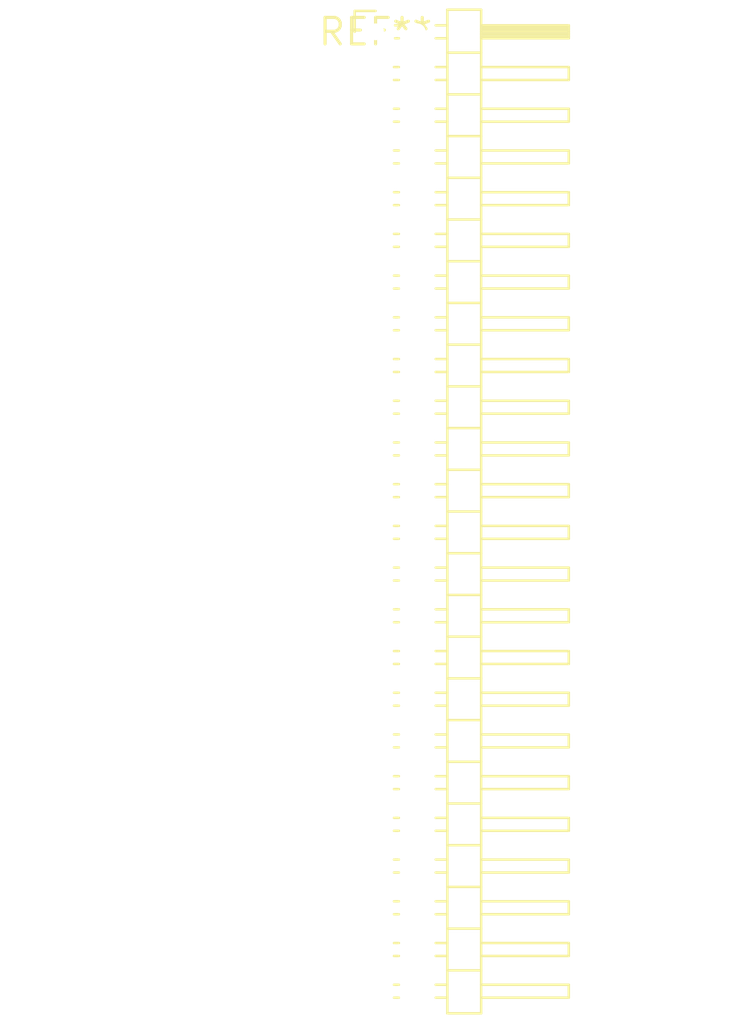
<source format=kicad_pcb>
(kicad_pcb (version 20240108) (generator pcbnew)
  (layers (0 "F.Cu" signal) (31 "B.Cu" signal) (34 "B.Paste" user) (35 "F.Paste" user) (36 "B.SilkS" user "B.Silkscreen") (37 "F.SilkS" user "F.Silkscreen") (38 "B.Mask" user) (39 "F.Mask" user) (44 "Edge.Cuts" user))
  (net 0 "")
  (footprint "PinHeader_2x24_P2.00mm_Horizontal" (layer "F.Cu") (at 0 0)
    (property "Reference" "REF**")
    (property "Value" "PinHeader_2x24_P2.00mm_Horizontal")
    (fp_line (start -1 -1) (end 0 -1) (layer "F.SilkS") (stroke (width 0.12)))
    (fp_line (start -1 0) (end -1 -1) (layer "F.SilkS") (stroke (width 0.12)))
    (fp_line (start 0.882114 1.69) (end 1.117886 1.69) (layer "F.SilkS") (stroke (width 0.12)))
    (fp_line (start 0.882114 2.31) (end 1.117886 2.31) (layer "F.SilkS") (stroke (width 0.12)))
    (fp_line (start 0.882114 3.69) (end 1.117886 3.69) (layer "F.SilkS") (stroke (width 0.12)))
    (fp_line (start 0.882114 4.31) (end 1.117886 4.31) (layer "F.SilkS") (stroke (width 0.12)))
    (fp_line (start 0.882114 5.69) (end 1.117886 5.69) (layer "F.SilkS") (stroke (width 0.12)))
    (fp_line (start 0.882114 6.31) (end 1.117886 6.31) (layer "F.SilkS") (stroke (width 0.12)))
    (fp_line (start 0.882114 7.69) (end 1.117886 7.69) (layer "F.SilkS") (stroke (width 0.12)))
    (fp_line (start 0.882114 8.31) (end 1.117886 8.31) (layer "F.SilkS") (stroke (width 0.12)))
    (fp_line (start 0.882114 9.69) (end 1.117886 9.69) (layer "F.SilkS") (stroke (width 0.12)))
    (fp_line (start 0.882114 10.31) (end 1.117886 10.31) (layer "F.SilkS") (stroke (width 0.12)))
    (fp_line (start 0.882114 11.69) (end 1.117886 11.69) (layer "F.SilkS") (stroke (width 0.12)))
    (fp_line (start 0.882114 12.31) (end 1.117886 12.31) (layer "F.SilkS") (stroke (width 0.12)))
    (fp_line (start 0.882114 13.69) (end 1.117886 13.69) (layer "F.SilkS") (stroke (width 0.12)))
    (fp_line (start 0.882114 14.31) (end 1.117886 14.31) (layer "F.SilkS") (stroke (width 0.12)))
    (fp_line (start 0.882114 15.69) (end 1.117886 15.69) (layer "F.SilkS") (stroke (width 0.12)))
    (fp_line (start 0.882114 16.31) (end 1.117886 16.31) (layer "F.SilkS") (stroke (width 0.12)))
    (fp_line (start 0.882114 17.69) (end 1.117886 17.69) (layer "F.SilkS") (stroke (width 0.12)))
    (fp_line (start 0.882114 18.31) (end 1.117886 18.31) (layer "F.SilkS") (stroke (width 0.12)))
    (fp_line (start 0.882114 19.69) (end 1.117886 19.69) (layer "F.SilkS") (stroke (width 0.12)))
    (fp_line (start 0.882114 20.31) (end 1.117886 20.31) (layer "F.SilkS") (stroke (width 0.12)))
    (fp_line (start 0.882114 21.69) (end 1.117886 21.69) (layer "F.SilkS") (stroke (width 0.12)))
    (fp_line (start 0.882114 22.31) (end 1.117886 22.31) (layer "F.SilkS") (stroke (width 0.12)))
    (fp_line (start 0.882114 23.69) (end 1.117886 23.69) (layer "F.SilkS") (stroke (width 0.12)))
    (fp_line (start 0.882114 24.31) (end 1.117886 24.31) (layer "F.SilkS") (stroke (width 0.12)))
    (fp_line (start 0.882114 25.69) (end 1.117886 25.69) (layer "F.SilkS") (stroke (width 0.12)))
    (fp_line (start 0.882114 26.31) (end 1.117886 26.31) (layer "F.SilkS") (stroke (width 0.12)))
    (fp_line (start 0.882114 27.69) (end 1.117886 27.69) (layer "F.SilkS") (stroke (width 0.12)))
    (fp_line (start 0.882114 28.31) (end 1.117886 28.31) (layer "F.SilkS") (stroke (width 0.12)))
    (fp_line (start 0.882114 29.69) (end 1.117886 29.69) (layer "F.SilkS") (stroke (width 0.12)))
    (fp_line (start 0.882114 30.31) (end 1.117886 30.31) (layer "F.SilkS") (stroke (width 0.12)))
    (fp_line (start 0.882114 31.69) (end 1.117886 31.69) (layer "F.SilkS") (stroke (width 0.12)))
    (fp_line (start 0.882114 32.31) (end 1.117886 32.31) (layer "F.SilkS") (stroke (width 0.12)))
    (fp_line (start 0.882114 33.69) (end 1.117886 33.69) (layer "F.SilkS") (stroke (width 0.12)))
    (fp_line (start 0.882114 34.31) (end 1.117886 34.31) (layer "F.SilkS") (stroke (width 0.12)))
    (fp_line (start 0.882114 35.69) (end 1.117886 35.69) (layer "F.SilkS") (stroke (width 0.12)))
    (fp_line (start 0.882114 36.31) (end 1.117886 36.31) (layer "F.SilkS") (stroke (width 0.12)))
    (fp_line (start 0.882114 37.69) (end 1.117886 37.69) (layer "F.SilkS") (stroke (width 0.12)))
    (fp_line (start 0.882114 38.31) (end 1.117886 38.31) (layer "F.SilkS") (stroke (width 0.12)))
    (fp_line (start 0.882114 39.69) (end 1.117886 39.69) (layer "F.SilkS") (stroke (width 0.12)))
    (fp_line (start 0.882114 40.31) (end 1.117886 40.31) (layer "F.SilkS") (stroke (width 0.12)))
    (fp_line (start 0.882114 41.69) (end 1.117886 41.69) (layer "F.SilkS") (stroke (width 0.12)))
    (fp_line (start 0.882114 42.31) (end 1.117886 42.31) (layer "F.SilkS") (stroke (width 0.12)))
    (fp_line (start 0.882114 43.69) (end 1.117886 43.69) (layer "F.SilkS") (stroke (width 0.12)))
    (fp_line (start 0.882114 44.31) (end 1.117886 44.31) (layer "F.SilkS") (stroke (width 0.12)))
    (fp_line (start 0.882114 45.69) (end 1.117886 45.69) (layer "F.SilkS") (stroke (width 0.12)))
    (fp_line (start 0.882114 46.31) (end 1.117886 46.31) (layer "F.SilkS") (stroke (width 0.12)))
    (fp_line (start 0.935 -0.31) (end 1.117886 -0.31) (layer "F.SilkS") (stroke (width 0.12)))
    (fp_line (start 0.935 0.31) (end 1.117886 0.31) (layer "F.SilkS") (stroke (width 0.12)))
    (fp_line (start 2.882114 -0.31) (end 3.44 -0.31) (layer "F.SilkS") (stroke (width 0.12)))
    (fp_line (start 2.882114 0.31) (end 3.44 0.31) (layer "F.SilkS") (stroke (width 0.12)))
    (fp_line (start 2.882114 1.69) (end 3.44 1.69) (layer "F.SilkS") (stroke (width 0.12)))
    (fp_line (start 2.882114 2.31) (end 3.44 2.31) (layer "F.SilkS") (stroke (width 0.12)))
    (fp_line (start 2.882114 3.69) (end 3.44 3.69) (layer "F.SilkS") (stroke (width 0.12)))
    (fp_line (start 2.882114 4.31) (end 3.44 4.31) (layer "F.SilkS") (stroke (width 0.12)))
    (fp_line (start 2.882114 5.69) (end 3.44 5.69) (layer "F.SilkS") (stroke (width 0.12)))
    (fp_line (start 2.882114 6.31) (end 3.44 6.31) (layer "F.SilkS") (stroke (width 0.12)))
    (fp_line (start 2.882114 7.69) (end 3.44 7.69) (layer "F.SilkS") (stroke (width 0.12)))
    (fp_line (start 2.882114 8.31) (end 3.44 8.31) (layer "F.SilkS") (stroke (width 0.12)))
    (fp_line (start 2.882114 9.69) (end 3.44 9.69) (layer "F.SilkS") (stroke (width 0.12)))
    (fp_line (start 2.882114 10.31) (end 3.44 10.31) (layer "F.SilkS") (stroke (width 0.12)))
    (fp_line (start 2.882114 11.69) (end 3.44 11.69) (layer "F.SilkS") (stroke (width 0.12)))
    (fp_line (start 2.882114 12.31) (end 3.44 12.31) (layer "F.SilkS") (stroke (width 0.12)))
    (fp_line (start 2.882114 13.69) (end 3.44 13.69) (layer "F.SilkS") (stroke (width 0.12)))
    (fp_line (start 2.882114 14.31) (end 3.44 14.31) (layer "F.SilkS") (stroke (width 0.12)))
    (fp_line (start 2.882114 15.69) (end 3.44 15.69) (layer "F.SilkS") (stroke (width 0.12)))
    (fp_line (start 2.882114 16.31) (end 3.44 16.31) (layer "F.SilkS") (stroke (width 0.12)))
    (fp_line (start 2.882114 17.69) (end 3.44 17.69) (layer "F.SilkS") (stroke (width 0.12)))
    (fp_line (start 2.882114 18.31) (end 3.44 18.31) (layer "F.SilkS") (stroke (width 0.12)))
    (fp_line (start 2.882114 19.69) (end 3.44 19.69) (layer "F.SilkS") (stroke (width 0.12)))
    (fp_line (start 2.882114 20.31) (end 3.44 20.31) (layer "F.SilkS") (stroke (width 0.12)))
    (fp_line (start 2.882114 21.69) (end 3.44 21.69) (layer "F.SilkS") (stroke (width 0.12)))
    (fp_line (start 2.882114 22.31) (end 3.44 22.31) (layer "F.SilkS") (stroke (width 0.12)))
    (fp_line (start 2.882114 23.69) (end 3.44 23.69) (layer "F.SilkS") (stroke (width 0.12)))
    (fp_line (start 2.882114 24.31) (end 3.44 24.31) (layer "F.SilkS") (stroke (width 0.12)))
    (fp_line (start 2.882114 25.69) (end 3.44 25.69) (layer "F.SilkS") (stroke (width 0.12)))
    (fp_line (start 2.882114 26.31) (end 3.44 26.31) (layer "F.SilkS") (stroke (width 0.12)))
    (fp_line (start 2.882114 27.69) (end 3.44 27.69) (layer "F.SilkS") (stroke (width 0.12)))
    (fp_line (start 2.882114 28.31) (end 3.44 28.31) (layer "F.SilkS") (stroke (width 0.12)))
    (fp_line (start 2.882114 29.69) (end 3.44 29.69) (layer "F.SilkS") (stroke (width 0.12)))
    (fp_line (start 2.882114 30.31) (end 3.44 30.31) (layer "F.SilkS") (stroke (width 0.12)))
    (fp_line (start 2.882114 31.69) (end 3.44 31.69) (layer "F.SilkS") (stroke (width 0.12)))
    (fp_line (start 2.882114 32.31) (end 3.44 32.31) (layer "F.SilkS") (stroke (width 0.12)))
    (fp_line (start 2.882114 33.69) (end 3.44 33.69) (layer "F.SilkS") (stroke (width 0.12)))
    (fp_line (start 2.882114 34.31) (end 3.44 34.31) (layer "F.SilkS") (stroke (width 0.12)))
    (fp_line (start 2.882114 35.69) (end 3.44 35.69) (layer "F.SilkS") (stroke (width 0.12)))
    (fp_line (start 2.882114 36.31) (end 3.44 36.31) (layer "F.SilkS") (stroke (width 0.12)))
    (fp_line (start 2.882114 37.69) (end 3.44 37.69) (layer "F.SilkS") (stroke (width 0.12)))
    (fp_line (start 2.882114 38.31) (end 3.44 38.31) (layer "F.SilkS") (stroke (width 0.12)))
    (fp_line (start 2.882114 39.69) (end 3.44 39.69) (layer "F.SilkS") (stroke (width 0.12)))
    (fp_line (start 2.882114 40.31) (end 3.44 40.31) (layer "F.SilkS") (stroke (width 0.12)))
    (fp_line (start 2.882114 41.69) (end 3.44 41.69) (layer "F.SilkS") (stroke (width 0.12)))
    (fp_line (start 2.882114 42.31) (end 3.44 42.31) (layer "F.SilkS") (stroke (width 0.12)))
    (fp_line (start 2.882114 43.69) (end 3.44 43.69) (layer "F.SilkS") (stroke (width 0.12)))
    (fp_line (start 2.882114 44.31) (end 3.44 44.31) (layer "F.SilkS") (stroke (width 0.12)))
    (fp_line (start 2.882114 45.69) (end 3.44 45.69) (layer "F.SilkS") (stroke (width 0.12)))
    (fp_line (start 2.882114 46.31) (end 3.44 46.31) (layer "F.SilkS") (stroke (width 0.12)))
    (fp_line (start 3.44 -1.06) (end 3.44 47.06) (layer "F.SilkS") (stroke (width 0.12)))
    (fp_line (start 3.44 1) (end 5.06 1) (layer "F.SilkS") (stroke (width 0.12)))
    (fp_line (start 3.44 3) (end 5.06 3) (layer "F.SilkS") (stroke (width 0.12)))
    (fp_line (start 3.44 5) (end 5.06 5) (layer "F.SilkS") (stroke (width 0.12)))
    (fp_line (start 3.44 7) (end 5.06 7) (layer "F.SilkS") (stroke (width 0.12)))
    (fp_line (start 3.44 9) (end 5.06 9) (layer "F.SilkS") (stroke (width 0.12)))
    (fp_line (start 3.44 11) (end 5.06 11) (layer "F.SilkS") (stroke (width 0.12)))
    (fp_line (start 3.44 13) (end 5.06 13) (layer "F.SilkS") (stroke (width 0.12)))
    (fp_line (start 3.44 15) (end 5.06 15) (layer "F.SilkS") (stroke (width 0.12)))
    (fp_line (start 3.44 17) (end 5.06 17) (layer "F.SilkS") (stroke (width 0.12)))
    (fp_line (start 3.44 19) (end 5.06 19) (layer "F.SilkS") (stroke (width 0.12)))
    (fp_line (start 3.44 21) (end 5.06 21) (layer "F.SilkS") (stroke (width 0.12)))
    (fp_line (start 3.44 23) (end 5.06 23) (layer "F.SilkS") (stroke (width 0.12)))
    (fp_line (start 3.44 25) (end 5.06 25) (layer "F.SilkS") (stroke (width 0.12)))
    (fp_line (start 3.44 27) (end 5.06 27) (layer "F.SilkS") (stroke (width 0.12)))
    (fp_line (start 3.44 29) (end 5.06 29) (layer "F.SilkS") (stroke (width 0.12)))
    (fp_line (start 3.44 31) (end 5.06 31) (layer "F.SilkS") (stroke (width 0.12)))
    (fp_line (start 3.44 33) (end 5.06 33) (layer "F.SilkS") (stroke (width 0.12)))
    (fp_line (start 3.44 35) (end 5.06 35) (layer "F.SilkS") (stroke (width 0.12)))
    (fp_line (start 3.44 37) (end 5.06 37) (layer "F.SilkS") (stroke (width 0.12)))
    (fp_line (start 3.44 39) (end 5.06 39) (layer "F.SilkS") (stroke (width 0.12)))
    (fp_line (start 3.44 41) (end 5.06 41) (layer "F.SilkS") (stroke (width 0.12)))
    (fp_line (start 3.44 43) (end 5.06 43) (layer "F.SilkS") (stroke (width 0.12)))
    (fp_line (start 3.44 45) (end 5.06 45) (layer "F.SilkS") (stroke (width 0.12)))
    (fp_line (start 3.44 47.06) (end 5.06 47.06) (layer "F.SilkS") (stroke (width 0.12)))
    (fp_line (start 5.06 -1.06) (end 3.44 -1.06) (layer "F.SilkS") (stroke (width 0.12)))
    (fp_line (start 5.06 -0.31) (end 9.26 -0.31) (layer "F.SilkS") (stroke (width 0.12)))
    (fp_line (start 5.06 -0.25) (end 9.26 -0.25) (layer "F.SilkS") (stroke (width 0.12)))
    (fp_line (start 5.06 -0.13) (end 9.26 -0.13) (layer "F.SilkS") (stroke (width 0.12)))
    (fp_line (start 5.06 -0.01) (end 9.26 -0.01) (layer "F.SilkS") (stroke (width 0.12)))
    (fp_line (start 5.06 0.11) (end 9.26 0.11) (layer "F.SilkS") (stroke (width 0.12)))
    (fp_line (start 5.06 0.23) (end 9.26 0.23) (layer "F.SilkS") (stroke (width 0.12)))
    (fp_line (start 5.06 1.69) (end 9.26 1.69) (layer "F.SilkS") (stroke (width 0.12)))
    (fp_line (start 5.06 3.69) (end 9.26 3.69) (layer "F.SilkS") (stroke (width 0.12)))
    (fp_line (start 5.06 5.69) (end 9.26 5.69) (layer "F.SilkS") (stroke (width 0.12)))
    (fp_line (start 5.06 7.69) (end 9.26 7.69) (layer "F.SilkS") (stroke (width 0.12)))
    (fp_line (start 5.06 9.69) (end 9.26 9.69) (layer "F.SilkS") (stroke (width 0.12)))
    (fp_line (start 5.06 11.69) (end 9.26 11.69) (layer "F.SilkS") (stroke (width 0.12)))
    (fp_line (start 5.06 13.69) (end 9.26 13.69) (layer "F.SilkS") (stroke (width 0.12)))
    (fp_line (start 5.06 15.69) (end 9.26 15.69) (layer "F.SilkS") (stroke (width 0.12)))
    (fp_line (start 5.06 17.69) (end 9.26 17.69) (layer "F.SilkS") (stroke (width 0.12)))
    (fp_line (start 5.06 19.69) (end 9.26 19.69) (layer "F.SilkS") (stroke (width 0.12)))
    (fp_line (start 5.06 21.69) (end 9.26 21.69) (layer "F.SilkS") (stroke (width 0.12)))
    (fp_line (start 5.06 23.69) (end 9.26 23.69) (layer "F.SilkS") (stroke (width 0.12)))
    (fp_line (start 5.06 25.69) (end 9.26 25.69) (layer "F.SilkS") (stroke (width 0.12)))
    (fp_line (start 5.06 27.69) (end 9.26 27.69) (layer "F.SilkS") (stroke (width 0.12)))
    (fp_line (start 5.06 29.69) (end 9.26 29.69) (layer "F.SilkS") (stroke (width 0.12)))
    (fp_line (start 5.06 31.69) (end 9.26 31.69) (layer "F.SilkS") (stroke (width 0.12)))
    (fp_line (start 5.06 33.69) (end 9.26 33.69) (layer "F.SilkS") (stroke (width 0.12)))
    (fp_line (start 5.06 35.69) (end 9.26 35.69) (layer "F.SilkS") (stroke (width 0.12)))
    (fp_line (start 5.06 37.69) (end 9.26 37.69) (layer "F.SilkS") (stroke (width 0.12)))
    (fp_line (start 5.06 39.69) (end 9.26 39.69) (layer "F.SilkS") (stroke (width 0.12)))
    (fp_line (start 5.06 41.69) (end 9.26 41.69) (layer "F.SilkS") (stroke (width 0.12)))
    (fp_line (start 5.06 43.69) (end 9.26 43.69) (layer "F.SilkS") (stroke (width 0.12)))
    (fp_line (start 5.06 45.69) (end 9.26 45.69) (layer "F.SilkS") (stroke (width 0.12)))
    (fp_line (start 5.06 47.06) (end 5.06 -1.06) (layer "F.SilkS") (stroke (width 0.12)))
    (fp_line (start 9.26 -0.31) (end 9.26 0.31) (layer "F.SilkS") (stroke (width 0.12)))
    (fp_line (start 9.26 0.31) (end 5.06 0.31) (layer "F.SilkS") (stroke (width 0.12)))
    (fp_line (start 9.26 1.69) (end 9.26 2.31) (layer "F.SilkS") (stroke (width 0.12)))
    (fp_line (start 9.26 2.31) (end 5.06 2.31) (layer "F.SilkS") (stroke (width 0.12)))
    (fp_line (start 9.26 3.69) (end 9.26 4.31) (layer "F.SilkS") (stroke (width 0.12)))
    (fp_line (start 9.26 4.31) (end 5.06 4.31) (layer "F.SilkS") (stroke (width 0.12)))
    (fp_line (start 9.26 5.69) (end 9.26 6.31) (layer "F.SilkS") (stroke (width 0.12)))
    (fp_line (start 9.26 6.31) (end 5.06 6.31) (layer "F.SilkS") (stroke (width 0.12)))
    (fp_line (start 9.26 7.69) (end 9.26 8.31) (layer "F.SilkS") (stroke (width 0.12)))
    (fp_line (start 9.26 8.31) (end 5.06 8.31) (layer "F.SilkS") (stroke (width 0.12)))
    (fp_line (start 9.26 9.69) (end 9.26 10.31) (layer "F.SilkS") (stroke (width 0.12)))
    (fp_line (start 9.26 10.31) (end 5.06 10.31) (layer "F.SilkS") (stroke (width 0.12)))
    (fp_line (start 9.26 11.69) (end 9.26 12.31) (layer "F.SilkS") (stroke (width 0.12)))
    (fp_line (start 9.26 12.31) (end 5.06 12.31) (layer "F.SilkS") (stroke (width 0.12)))
    (fp_line (start 9.26 13.69) (end 9.26 14.31) (layer "F.SilkS") (stroke (width 0.12)))
    (fp_line (start 9.26 14.31) (end 5.06 14.31) (layer "F.SilkS") (stroke (width 0.12)))
    (fp_line (start 9.26 15.69) (end 9.26 16.31) (layer "F.SilkS") (stroke (width 0.12)))
    (fp_line (start 9.26 16.31) (end 5.06 16.31) (layer "F.SilkS") (stroke (width 0.12)))
    (fp_line (start 9.26 17.69) (end 9.26 18.31) (layer "F.SilkS") (stroke (width 0.12)))
    (fp_line (start 9.26 18.31) (end 5.06 18.31) (layer "F.SilkS") (stroke (width 0.12)))
    (fp_line (start 9.26 19.69) (end 9.26 20.31) (layer "F.SilkS") (stroke (width 0.12)))
    (fp_line (start 9.26 20.31) (end 5.06 20.31) (layer "F.SilkS") (stroke (width 0.12)))
    (fp_line (start 9.26 21.69) (end 9.26 22.31) (layer "F.SilkS") (stroke (width 0.12)))
    (fp_line (start 9.26 22.31) (end 5.06 22.31) (layer "F.SilkS") (stroke (width 0.12)))
    (fp_line (start 9.26 23.69) (end 9.26 24.31) (layer "F.SilkS") (stroke (width 0.12)))
    (fp_line (start 9.26 24.31) (end 5.06 24.31) (layer "F.SilkS") (stroke (width 0.12)))
    (fp_line (start 9.26 25.69) (end 9.26 26.31) (layer "F.SilkS") (stroke (width 0.12)))
    (fp_line (start 9.26 26.31) (end 5.06 26.31) (layer "F.SilkS") (stroke (width 0.12)))
    (fp_line (start 9.26 27.69) (end 9.26 28.31) (layer "F.SilkS") (stroke (width 0.12)))
    (fp_line (start 9.26 28.31) (end 5.06 28.31) (layer "F.SilkS") (stroke (width 0.12)))
    (fp_line (start 9.26 29.69) (end 9.26 30.31) (layer "F.SilkS") (stroke (width 0.12)))
    (fp_line (start 9.26 30.31) (end 5.06 30.31) (layer "F.SilkS") (stroke (width 0.12)))
    (fp_line (start 9.26 31.69) (end 9.26 32.31) (layer "F.SilkS") (stroke (width 0.12)))
    (fp_line (start 9.26 32.31) (end 5.06 32.31) (layer "F.SilkS") (stroke (width 0.12)))
    (fp_line (start 9.26 33.69) (end 9.26 34.31) (layer "F.SilkS") (stroke (width 0.12)))
    (fp_line (start 9.26 34.31) (end 5.06 34.31) (layer "F.SilkS") (stroke (width 0.12)))
    (fp_line (start 9.26 35.69) (end 9.26 36.31) (layer "F.SilkS") (stroke (width 0.12)))
    (fp_line (start 9.26 36.31) (end 5.06 36.31) (layer "F.SilkS") (stroke (width 0.12)))
    (fp_line (start 9.26 37.69) (end 9.26 38.31) (layer "F.SilkS") (stroke (width 0.12)))
    (fp_line (start 9.26 38.31) (end 5.06 38.31) (layer "F.SilkS") (stroke (width 0.12)))
    (fp_line (start 9.26 39.69) (end 9.26 40.31) (layer "F.SilkS") (stroke (width 0.12)))
    (fp_line (start 9.26 40.31) (end 5.06 40.31) (layer "F.SilkS") (stroke (width 0.12)))
    (fp_line (start 9.26 41.69) (end 9.26 42.31) (layer "F.SilkS") (stroke (width 0.12)))
    (fp_line (start 9.26 42.31) (end 5.06 42.31) (layer "F.SilkS") (stroke (width 0.12)))
    (fp_line (start 9.26 43.69) (end 9.26 44.31) (layer "F.SilkS") (stroke (width 0.12)))
    (fp_line (start 9.26 44.31) (end 5.06 44.31) (layer "F.SilkS") (stroke (width 0.12)))
    (fp_line (start 9.26 45.69) (end 9.26 46.31) (layer "F.SilkS") (stroke (width 0.12)))
    (fp_line (start 9.26 46.31) (end 5.06 46.31) (layer "F.SilkS") (stroke (width 0.12)))
    (pad "1" thru_hole rect (at 0 0) (size 1.35 1.35) (drill 0.8) (layers *.Cu *.Mask) (remove_unused_layers))
    (pad "2" thru_hole oval (at 2 0) (size 1.35 1.35) (drill 0.8) (layers *.Cu *.Mask) (remove_unused_layers))
    (pad "3" thru_hole oval (at 0 2) (size 1.35 1.35) (drill 0.8) (layers *.Cu *.Mask) (remove_unused_layers))
    (pad "4" thru_hole oval (at 2 2) (size 1.35 1.35) (drill 0.8) (layers *.Cu *.Mask) (remove_unused_layers))
    (pad "5" thru_hole oval (at 0 4) (size 1.35 1.35) (drill 0.8) (layers *.Cu *.Mask) (remove_unused_layers))
    (pad "6" thru_hole oval (at 2 4) (size 1.35 1.35) (drill 0.8) (layers *.Cu *.Mask) (remove_unused_layers))
    (pad "7" thru_hole oval (at 0 6) (size 1.35 1.35) (drill 0.8) (layers *.Cu *.Mask) (remove_unused_layers))
    (pad "8" thru_hole oval (at 2 6) (size 1.35 1.35) (drill 0.8) (layers *.Cu *.Mask) (remove_unused_layers))
    (pad "9" thru_hole oval (at 0 8) (size 1.35 1.35) (drill 0.8) (layers *.Cu *.Mask) (remove_unused_layers))
    (pad "10" thru_hole oval (at 2 8) (size 1.35 1.35) (drill 0.8) (layers *.Cu *.Mask) (remove_unused_layers))
    (pad "11" thru_hole oval (at 0 10) (size 1.35 1.35) (drill 0.8) (layers *.Cu *.Mask) (remove_unused_layers))
    (pad "12" thru_hole oval (at 2 10) (size 1.35 1.35) (drill 0.8) (layers *.Cu *.Mask) (remove_unused_layers))
    (pad "13" thru_hole oval (at 0 12) (size 1.35 1.35) (drill 0.8) (layers *.Cu *.Mask) (remove_unused_layers))
    (pad "14" thru_hole oval (at 2 12) (size 1.35 1.35) (drill 0.8) (layers *.Cu *.Mask) (remove_unused_layers))
    (pad "15" thru_hole oval (at 0 14) (size 1.35 1.35) (drill 0.8) (layers *.Cu *.Mask) (remove_unused_layers))
    (pad "16" thru_hole oval (at 2 14) (size 1.35 1.35) (drill 0.8) (layers *.Cu *.Mask) (remove_unused_layers))
    (pad "17" thru_hole oval (at 0 16) (size 1.35 1.35) (drill 0.8) (layers *.Cu *.Mask) (remove_unused_layers))
    (pad "18" thru_hole oval (at 2 16) (size 1.35 1.35) (drill 0.8) (layers *.Cu *.Mask) (remove_unused_layers))
    (pad "19" thru_hole oval (at 0 18) (size 1.35 1.35) (drill 0.8) (layers *.Cu *.Mask) (remove_unused_layers))
    (pad "20" thru_hole oval (at 2 18) (size 1.35 1.35) (drill 0.8) (layers *.Cu *.Mask) (remove_unused_layers))
    (pad "21" thru_hole oval (at 0 20) (size 1.35 1.35) (drill 0.8) (layers *.Cu *.Mask) (remove_unused_layers))
    (pad "22" thru_hole oval (at 2 20) (size 1.35 1.35) (drill 0.8) (layers *.Cu *.Mask) (remove_unused_layers))
    (pad "23" thru_hole oval (at 0 22) (size 1.35 1.35) (drill 0.8) (layers *.Cu *.Mask) (remove_unused_layers))
    (pad "24" thru_hole oval (at 2 22) (size 1.35 1.35) (drill 0.8) (layers *.Cu *.Mask) (remove_unused_layers))
    (pad "25" thru_hole oval (at 0 24) (size 1.35 1.35) (drill 0.8) (layers *.Cu *.Mask) (remove_unused_layers))
    (pad "26" thru_hole oval (at 2 24) (size 1.35 1.35) (drill 0.8) (layers *.Cu *.Mask) (remove_unused_layers))
    (pad "27" thru_hole oval (at 0 26) (size 1.35 1.35) (drill 0.8) (layers *.Cu *.Mask) (remove_unused_layers))
    (pad "28" thru_hole oval (at 2 26) (size 1.35 1.35) (drill 0.8) (layers *.Cu *.Mask) (remove_unused_layers))
    (pad "29" thru_hole oval (at 0 28) (size 1.35 1.35) (drill 0.8) (layers *.Cu *.Mask) (remove_unused_layers))
    (pad "30" thru_hole oval (at 2 28) (size 1.35 1.35) (drill 0.8) (layers *.Cu *.Mask) (remove_unused_layers))
    (pad "31" thru_hole oval (at 0 30) (size 1.35 1.35) (drill 0.8) (layers *.Cu *.Mask) (remove_unused_layers))
    (pad "32" thru_hole oval (at 2 30) (size 1.35 1.35) (drill 0.8) (layers *.Cu *.Mask) (remove_unused_layers))
    (pad "33" thru_hole oval (at 0 32) (size 1.35 1.35) (drill 0.8) (layers *.Cu *.Mask) (remove_unused_layers))
    (pad "34" thru_hole oval (at 2 32) (size 1.35 1.35) (drill 0.8) (layers *.Cu *.Mask) (remove_unused_layers))
    (pad "35" thru_hole oval (at 0 34) (size 1.35 1.35) (drill 0.8) (layers *.Cu *.Mask) (remove_unused_layers))
    (pad "36" thru_hole oval (at 2 34) (size 1.35 1.35) (drill 0.8) (layers *.Cu *.Mask) (remove_unused_layers))
    (pad "37" thru_hole oval (at 0 36) (size 1.35 1.35) (drill 0.8) (layers *.Cu *.Mask) (remove_unused_layers))
    (pad "38" thru_hole oval (at 2 36) (size 1.35 1.35) (drill 0.8) (layers *.Cu *.Mask) (remove_unused_layers))
    (pad "39" thru_hole oval (at 0 38) (size 1.35 1.35) (drill 0.8) (layers *.Cu *.Mask) (remove_unused_layers))
    (pad "40" thru_hole oval (at 2 38) (size 1.35 1.35) (drill 0.8) (layers *.Cu *.Mask) (remove_unused_layers))
    (pad "41" thru_hole oval (at 0 40) (size 1.35 1.35) (drill 0.8) (layers *.Cu *.Mask) (remove_unused_layers))
    (pad "42" thru_hole oval (at 2 40) (size 1.35 1.35) (drill 0.8) (layers *.Cu *.Mask) (remove_unused_layers))
    (pad "43" thru_hole oval (at 0 42) (size 1.35 1.35) (drill 0.8) (layers *.Cu *.Mask) (remove_unused_layers))
    (pad "44" thru_hole oval (at 2 42) (size 1.35 1.35) (drill 0.8) (layers *.Cu *.Mask) (remove_unused_layers))
    (pad "45" thru_hole oval (at 0 44) (size 1.35 1.35) (drill 0.8) (layers *.Cu *.Mask) (remove_unused_layers))
    (pad "46" thru_hole oval (at 2 44) (size 1.35 1.35) (drill 0.8) (layers *.Cu *.Mask) (remove_unused_layers))
    (pad "47" thru_hole oval (at 0 46) (size 1.35 1.35) (drill 0.8) (layers *.Cu *.Mask) (remove_unused_layers))
    (pad "48" thru_hole oval (at 2 46) (size 1.35 1.35) (drill 0.8) (layers *.Cu *.Mask) (remove_unused_layers))
  )
)
</source>
